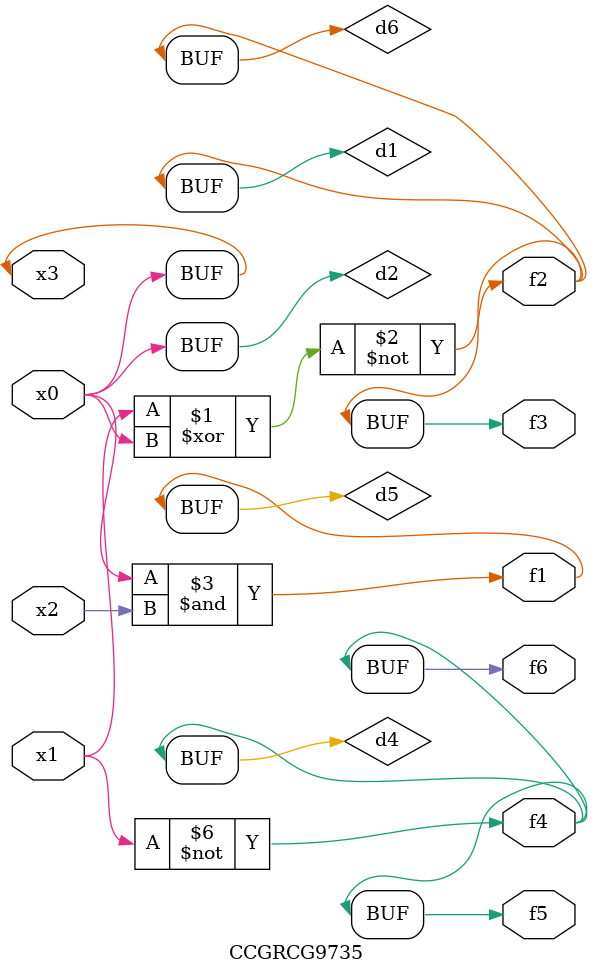
<source format=v>
module CCGRCG9735(
	input x0, x1, x2, x3,
	output f1, f2, f3, f4, f5, f6
);

	wire d1, d2, d3, d4, d5, d6;

	xnor (d1, x1, x3);
	buf (d2, x0, x3);
	nand (d3, x0, x2);
	not (d4, x1);
	nand (d5, d3);
	or (d6, d1);
	assign f1 = d5;
	assign f2 = d6;
	assign f3 = d6;
	assign f4 = d4;
	assign f5 = d4;
	assign f6 = d4;
endmodule

</source>
